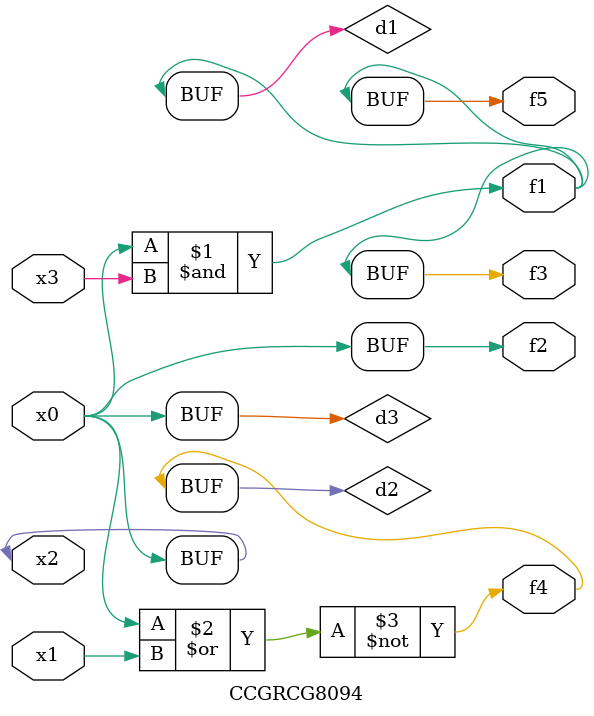
<source format=v>
module CCGRCG8094(
	input x0, x1, x2, x3,
	output f1, f2, f3, f4, f5
);

	wire d1, d2, d3;

	and (d1, x2, x3);
	nor (d2, x0, x1);
	buf (d3, x0, x2);
	assign f1 = d1;
	assign f2 = d3;
	assign f3 = d1;
	assign f4 = d2;
	assign f5 = d1;
endmodule

</source>
